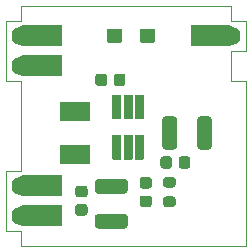
<source format=gbr>
%TF.GenerationSoftware,KiCad,Pcbnew,(5.1.9)-1*%
%TF.CreationDate,2021-05-28T15:44:06+02:00*%
%TF.ProjectId,16_STEP_DOWN,31365f53-5445-4505-9f44-4f574e2e6b69,rev?*%
%TF.SameCoordinates,Original*%
%TF.FileFunction,Soldermask,Top*%
%TF.FilePolarity,Negative*%
%FSLAX46Y46*%
G04 Gerber Fmt 4.6, Leading zero omitted, Abs format (unit mm)*
G04 Created by KiCad (PCBNEW (5.1.9)-1) date 2021-05-28 15:44:06*
%MOMM*%
%LPD*%
G01*
G04 APERTURE LIST*
%TA.AperFunction,Profile*%
%ADD10C,0.050000*%
%TD*%
%ADD11C,1.624000*%
%ADD12C,0.100000*%
G04 APERTURE END LIST*
D10*
X119380000Y-67310000D02*
X120650000Y-67310000D01*
X119380000Y-64770000D02*
X119380000Y-67310000D01*
X120650000Y-64770000D02*
X119380000Y-64770000D01*
X120650000Y-62230000D02*
X120650000Y-64770000D01*
X119380000Y-62230000D02*
X120650000Y-62230000D01*
X119380000Y-60960000D02*
X119380000Y-62230000D01*
X113665000Y-60960000D02*
X119380000Y-60960000D01*
X114935000Y-81280000D02*
X120650000Y-81280000D01*
X101600000Y-62230000D02*
X101600000Y-60960000D01*
X100330000Y-62230000D02*
X101600000Y-62230000D01*
X100330000Y-64770000D02*
X100330000Y-62230000D01*
X101600000Y-67310000D02*
X100330000Y-67310000D01*
X101600000Y-74930000D02*
X101600000Y-67310000D01*
X100330000Y-74930000D02*
X101600000Y-74930000D01*
X120650000Y-67310000D02*
X120650000Y-81280000D01*
X101600000Y-60960000D02*
X113665000Y-60960000D01*
X101600000Y-80010000D02*
X101600000Y-81280000D01*
X100330000Y-80010000D02*
X101600000Y-80010000D01*
X100330000Y-64770000D02*
X100330000Y-67310000D01*
X114935000Y-81280000D02*
X101600000Y-81280000D01*
X100330000Y-80010000D02*
X100330000Y-74930000D01*
D11*
%TO.C,J4*%
X101600000Y-78740000D03*
D12*
G36*
X101939650Y-79639999D02*
G01*
X101927782Y-79639916D01*
X101924993Y-79639818D01*
X101842112Y-79634604D01*
X101837256Y-79634060D01*
X101755280Y-79620782D01*
X101750503Y-79619766D01*
X101670214Y-79598553D01*
X101665558Y-79597076D01*
X101587721Y-79568129D01*
X101583231Y-79566205D01*
X101508591Y-79529801D01*
X101504309Y-79527447D01*
X101433578Y-79483932D01*
X101429548Y-79481173D01*
X101363401Y-79430965D01*
X101359659Y-79427825D01*
X101298726Y-79371401D01*
X101295308Y-79367910D01*
X101240173Y-79305809D01*
X101237112Y-79302003D01*
X101188299Y-79234819D01*
X101185624Y-79230731D01*
X101143601Y-79159104D01*
X101141338Y-79154774D01*
X101106505Y-79079388D01*
X101104675Y-79074859D01*
X101077364Y-78996433D01*
X101075985Y-78991747D01*
X101056458Y-78911031D01*
X101055543Y-78906233D01*
X101043985Y-78823997D01*
X101043542Y-78819131D01*
X101040065Y-78736159D01*
X101040099Y-78731275D01*
X101044734Y-78648360D01*
X101045245Y-78643501D01*
X101057950Y-78561434D01*
X101058932Y-78556650D01*
X101079584Y-78476214D01*
X101081028Y-78471547D01*
X101109431Y-78393511D01*
X101111324Y-78389008D01*
X101147207Y-78314115D01*
X101149531Y-78309818D01*
X101192550Y-78238785D01*
X101195282Y-78234735D01*
X101245028Y-78168239D01*
X101248141Y-78164475D01*
X101304138Y-78103150D01*
X101307604Y-78099708D01*
X101369318Y-78044140D01*
X101373104Y-78041052D01*
X101439946Y-77991772D01*
X101444015Y-77989069D01*
X101515347Y-77946547D01*
X101519660Y-77944254D01*
X101594801Y-77908895D01*
X101599317Y-77907033D01*
X101677550Y-77879175D01*
X101682227Y-77877763D01*
X101762805Y-77857673D01*
X101767597Y-77856724D01*
X101849751Y-77844593D01*
X101854612Y-77844117D01*
X101937557Y-77840060D01*
X101940000Y-77840000D01*
X104990000Y-77840000D01*
X104999755Y-77840961D01*
X105009134Y-77843806D01*
X105017779Y-77848427D01*
X105025355Y-77854645D01*
X105031573Y-77862221D01*
X105036194Y-77870866D01*
X105039039Y-77880245D01*
X105040000Y-77890000D01*
X105040000Y-79590000D01*
X105039039Y-79599755D01*
X105036194Y-79609134D01*
X105031573Y-79617779D01*
X105025355Y-79625355D01*
X105017779Y-79631573D01*
X105009134Y-79636194D01*
X104999755Y-79639039D01*
X104990000Y-79640000D01*
X101940000Y-79640000D01*
X101939650Y-79639999D01*
G37*
%TD*%
D11*
%TO.C,J1*%
X101600000Y-66040000D03*
D12*
G36*
X101939650Y-66939999D02*
G01*
X101927782Y-66939916D01*
X101924993Y-66939818D01*
X101842112Y-66934604D01*
X101837256Y-66934060D01*
X101755280Y-66920782D01*
X101750503Y-66919766D01*
X101670214Y-66898553D01*
X101665558Y-66897076D01*
X101587721Y-66868129D01*
X101583231Y-66866205D01*
X101508591Y-66829801D01*
X101504309Y-66827447D01*
X101433578Y-66783932D01*
X101429548Y-66781173D01*
X101363401Y-66730965D01*
X101359659Y-66727825D01*
X101298726Y-66671401D01*
X101295308Y-66667910D01*
X101240173Y-66605809D01*
X101237112Y-66602003D01*
X101188299Y-66534819D01*
X101185624Y-66530731D01*
X101143601Y-66459104D01*
X101141338Y-66454774D01*
X101106505Y-66379388D01*
X101104675Y-66374859D01*
X101077364Y-66296433D01*
X101075985Y-66291747D01*
X101056458Y-66211031D01*
X101055543Y-66206233D01*
X101043985Y-66123997D01*
X101043542Y-66119131D01*
X101040065Y-66036159D01*
X101040099Y-66031275D01*
X101044734Y-65948360D01*
X101045245Y-65943501D01*
X101057950Y-65861434D01*
X101058932Y-65856650D01*
X101079584Y-65776214D01*
X101081028Y-65771547D01*
X101109431Y-65693511D01*
X101111324Y-65689008D01*
X101147207Y-65614115D01*
X101149531Y-65609818D01*
X101192550Y-65538785D01*
X101195282Y-65534735D01*
X101245028Y-65468239D01*
X101248141Y-65464475D01*
X101304138Y-65403150D01*
X101307604Y-65399708D01*
X101369318Y-65344140D01*
X101373104Y-65341052D01*
X101439946Y-65291772D01*
X101444015Y-65289069D01*
X101515347Y-65246547D01*
X101519660Y-65244254D01*
X101594801Y-65208895D01*
X101599317Y-65207033D01*
X101677550Y-65179175D01*
X101682227Y-65177763D01*
X101762805Y-65157673D01*
X101767597Y-65156724D01*
X101849751Y-65144593D01*
X101854612Y-65144117D01*
X101937557Y-65140060D01*
X101940000Y-65140000D01*
X104990000Y-65140000D01*
X104999755Y-65140961D01*
X105009134Y-65143806D01*
X105017779Y-65148427D01*
X105025355Y-65154645D01*
X105031573Y-65162221D01*
X105036194Y-65170866D01*
X105039039Y-65180245D01*
X105040000Y-65190000D01*
X105040000Y-66890000D01*
X105039039Y-66899755D01*
X105036194Y-66909134D01*
X105031573Y-66917779D01*
X105025355Y-66925355D01*
X105017779Y-66931573D01*
X105009134Y-66936194D01*
X104999755Y-66939039D01*
X104990000Y-66940000D01*
X101940000Y-66940000D01*
X101939650Y-66939999D01*
G37*
%TD*%
D11*
%TO.C,J2*%
X101600000Y-63500000D03*
D12*
G36*
X101939650Y-64399999D02*
G01*
X101927782Y-64399916D01*
X101924993Y-64399818D01*
X101842112Y-64394604D01*
X101837256Y-64394060D01*
X101755280Y-64380782D01*
X101750503Y-64379766D01*
X101670214Y-64358553D01*
X101665558Y-64357076D01*
X101587721Y-64328129D01*
X101583231Y-64326205D01*
X101508591Y-64289801D01*
X101504309Y-64287447D01*
X101433578Y-64243932D01*
X101429548Y-64241173D01*
X101363401Y-64190965D01*
X101359659Y-64187825D01*
X101298726Y-64131401D01*
X101295308Y-64127910D01*
X101240173Y-64065809D01*
X101237112Y-64062003D01*
X101188299Y-63994819D01*
X101185624Y-63990731D01*
X101143601Y-63919104D01*
X101141338Y-63914774D01*
X101106505Y-63839388D01*
X101104675Y-63834859D01*
X101077364Y-63756433D01*
X101075985Y-63751747D01*
X101056458Y-63671031D01*
X101055543Y-63666233D01*
X101043985Y-63583997D01*
X101043542Y-63579131D01*
X101040065Y-63496159D01*
X101040099Y-63491275D01*
X101044734Y-63408360D01*
X101045245Y-63403501D01*
X101057950Y-63321434D01*
X101058932Y-63316650D01*
X101079584Y-63236214D01*
X101081028Y-63231547D01*
X101109431Y-63153511D01*
X101111324Y-63149008D01*
X101147207Y-63074115D01*
X101149531Y-63069818D01*
X101192550Y-62998785D01*
X101195282Y-62994735D01*
X101245028Y-62928239D01*
X101248141Y-62924475D01*
X101304138Y-62863150D01*
X101307604Y-62859708D01*
X101369318Y-62804140D01*
X101373104Y-62801052D01*
X101439946Y-62751772D01*
X101444015Y-62749069D01*
X101515347Y-62706547D01*
X101519660Y-62704254D01*
X101594801Y-62668895D01*
X101599317Y-62667033D01*
X101677550Y-62639175D01*
X101682227Y-62637763D01*
X101762805Y-62617673D01*
X101767597Y-62616724D01*
X101849751Y-62604593D01*
X101854612Y-62604117D01*
X101937557Y-62600060D01*
X101940000Y-62600000D01*
X104990000Y-62600000D01*
X104999755Y-62600961D01*
X105009134Y-62603806D01*
X105017779Y-62608427D01*
X105025355Y-62614645D01*
X105031573Y-62622221D01*
X105036194Y-62630866D01*
X105039039Y-62640245D01*
X105040000Y-62650000D01*
X105040000Y-64350000D01*
X105039039Y-64359755D01*
X105036194Y-64369134D01*
X105031573Y-64377779D01*
X105025355Y-64385355D01*
X105017779Y-64391573D01*
X105009134Y-64396194D01*
X104999755Y-64399039D01*
X104990000Y-64400000D01*
X101940000Y-64400000D01*
X101939650Y-64399999D01*
G37*
%TD*%
D11*
%TO.C,J3*%
X101600000Y-76200000D03*
D12*
G36*
X101939650Y-77099999D02*
G01*
X101927782Y-77099916D01*
X101924993Y-77099818D01*
X101842112Y-77094604D01*
X101837256Y-77094060D01*
X101755280Y-77080782D01*
X101750503Y-77079766D01*
X101670214Y-77058553D01*
X101665558Y-77057076D01*
X101587721Y-77028129D01*
X101583231Y-77026205D01*
X101508591Y-76989801D01*
X101504309Y-76987447D01*
X101433578Y-76943932D01*
X101429548Y-76941173D01*
X101363401Y-76890965D01*
X101359659Y-76887825D01*
X101298726Y-76831401D01*
X101295308Y-76827910D01*
X101240173Y-76765809D01*
X101237112Y-76762003D01*
X101188299Y-76694819D01*
X101185624Y-76690731D01*
X101143601Y-76619104D01*
X101141338Y-76614774D01*
X101106505Y-76539388D01*
X101104675Y-76534859D01*
X101077364Y-76456433D01*
X101075985Y-76451747D01*
X101056458Y-76371031D01*
X101055543Y-76366233D01*
X101043985Y-76283997D01*
X101043542Y-76279131D01*
X101040065Y-76196159D01*
X101040099Y-76191275D01*
X101044734Y-76108360D01*
X101045245Y-76103501D01*
X101057950Y-76021434D01*
X101058932Y-76016650D01*
X101079584Y-75936214D01*
X101081028Y-75931547D01*
X101109431Y-75853511D01*
X101111324Y-75849008D01*
X101147207Y-75774115D01*
X101149531Y-75769818D01*
X101192550Y-75698785D01*
X101195282Y-75694735D01*
X101245028Y-75628239D01*
X101248141Y-75624475D01*
X101304138Y-75563150D01*
X101307604Y-75559708D01*
X101369318Y-75504140D01*
X101373104Y-75501052D01*
X101439946Y-75451772D01*
X101444015Y-75449069D01*
X101515347Y-75406547D01*
X101519660Y-75404254D01*
X101594801Y-75368895D01*
X101599317Y-75367033D01*
X101677550Y-75339175D01*
X101682227Y-75337763D01*
X101762805Y-75317673D01*
X101767597Y-75316724D01*
X101849751Y-75304593D01*
X101854612Y-75304117D01*
X101937557Y-75300060D01*
X101940000Y-75300000D01*
X104990000Y-75300000D01*
X104999755Y-75300961D01*
X105009134Y-75303806D01*
X105017779Y-75308427D01*
X105025355Y-75314645D01*
X105031573Y-75322221D01*
X105036194Y-75330866D01*
X105039039Y-75340245D01*
X105040000Y-75350000D01*
X105040000Y-77050000D01*
X105039039Y-77059755D01*
X105036194Y-77069134D01*
X105031573Y-77077779D01*
X105025355Y-77085355D01*
X105017779Y-77091573D01*
X105009134Y-77096194D01*
X104999755Y-77099039D01*
X104990000Y-77100000D01*
X101940000Y-77100000D01*
X101939650Y-77099999D01*
G37*
%TD*%
D11*
%TO.C,J5*%
X119380000Y-63500000D03*
D12*
G36*
X119040350Y-62600001D02*
G01*
X119052218Y-62600084D01*
X119055007Y-62600182D01*
X119137888Y-62605396D01*
X119142744Y-62605940D01*
X119224720Y-62619218D01*
X119229497Y-62620234D01*
X119309786Y-62641447D01*
X119314442Y-62642924D01*
X119392279Y-62671871D01*
X119396769Y-62673795D01*
X119471409Y-62710199D01*
X119475691Y-62712553D01*
X119546422Y-62756068D01*
X119550452Y-62758827D01*
X119616599Y-62809035D01*
X119620341Y-62812175D01*
X119681274Y-62868599D01*
X119684692Y-62872090D01*
X119739827Y-62934191D01*
X119742888Y-62937997D01*
X119791701Y-63005181D01*
X119794376Y-63009269D01*
X119836399Y-63080896D01*
X119838662Y-63085226D01*
X119873495Y-63160612D01*
X119875325Y-63165141D01*
X119902636Y-63243567D01*
X119904015Y-63248253D01*
X119923542Y-63328969D01*
X119924457Y-63333767D01*
X119936015Y-63416003D01*
X119936458Y-63420869D01*
X119939935Y-63503841D01*
X119939901Y-63508725D01*
X119935266Y-63591640D01*
X119934755Y-63596499D01*
X119922050Y-63678566D01*
X119921068Y-63683350D01*
X119900416Y-63763786D01*
X119898972Y-63768453D01*
X119870569Y-63846489D01*
X119868676Y-63850992D01*
X119832793Y-63925885D01*
X119830469Y-63930182D01*
X119787450Y-64001215D01*
X119784718Y-64005265D01*
X119734972Y-64071761D01*
X119731859Y-64075525D01*
X119675862Y-64136850D01*
X119672396Y-64140292D01*
X119610682Y-64195860D01*
X119606896Y-64198948D01*
X119540054Y-64248228D01*
X119535985Y-64250931D01*
X119464653Y-64293453D01*
X119460340Y-64295746D01*
X119385199Y-64331105D01*
X119380683Y-64332967D01*
X119302450Y-64360825D01*
X119297773Y-64362237D01*
X119217195Y-64382327D01*
X119212403Y-64383276D01*
X119130249Y-64395407D01*
X119125388Y-64395883D01*
X119042443Y-64399940D01*
X119040000Y-64400000D01*
X115990000Y-64400000D01*
X115980245Y-64399039D01*
X115970866Y-64396194D01*
X115962221Y-64391573D01*
X115954645Y-64385355D01*
X115948427Y-64377779D01*
X115943806Y-64369134D01*
X115940961Y-64359755D01*
X115940000Y-64350000D01*
X115940000Y-62650000D01*
X115940961Y-62640245D01*
X115943806Y-62630866D01*
X115948427Y-62622221D01*
X115954645Y-62614645D01*
X115962221Y-62608427D01*
X115970866Y-62603806D01*
X115980245Y-62600961D01*
X115990000Y-62600000D01*
X119040000Y-62600000D01*
X119040350Y-62600001D01*
G37*
%TD*%
%TO.C,C4*%
G36*
G01*
X106405000Y-77745000D02*
X106955000Y-77745000D01*
G75*
G02*
X107205000Y-77995000I0J-250000D01*
G01*
X107205000Y-78495000D01*
G75*
G02*
X106955000Y-78745000I-250000J0D01*
G01*
X106405000Y-78745000D01*
G75*
G02*
X106155000Y-78495000I0J250000D01*
G01*
X106155000Y-77995000D01*
G75*
G02*
X106405000Y-77745000I250000J0D01*
G01*
G37*
G36*
G01*
X106405000Y-76195000D02*
X106955000Y-76195000D01*
G75*
G02*
X107205000Y-76445000I0J-250000D01*
G01*
X107205000Y-76945000D01*
G75*
G02*
X106955000Y-77195000I-250000J0D01*
G01*
X106405000Y-77195000D01*
G75*
G02*
X106155000Y-76945000I0J250000D01*
G01*
X106155000Y-76445000D01*
G75*
G02*
X106405000Y-76195000I250000J0D01*
G01*
G37*
%TD*%
%TO.C,C1*%
G36*
G01*
X113365000Y-74515000D02*
X113365000Y-73965000D01*
G75*
G02*
X113615000Y-73715000I250000J0D01*
G01*
X114115000Y-73715000D01*
G75*
G02*
X114365000Y-73965000I0J-250000D01*
G01*
X114365000Y-74515000D01*
G75*
G02*
X114115000Y-74765000I-250000J0D01*
G01*
X113615000Y-74765000D01*
G75*
G02*
X113365000Y-74515000I0J250000D01*
G01*
G37*
G36*
G01*
X114915000Y-74515000D02*
X114915000Y-73965000D01*
G75*
G02*
X115165000Y-73715000I250000J0D01*
G01*
X115665000Y-73715000D01*
G75*
G02*
X115915000Y-73965000I0J-250000D01*
G01*
X115915000Y-74515000D01*
G75*
G02*
X115665000Y-74765000I-250000J0D01*
G01*
X115165000Y-74765000D01*
G75*
G02*
X114915000Y-74515000I0J250000D01*
G01*
G37*
%TD*%
%TO.C,C2*%
G36*
G01*
X116490000Y-72868262D02*
X116490000Y-70611738D01*
G75*
G02*
X116761738Y-70340000I271738J0D01*
G01*
X117468262Y-70340000D01*
G75*
G02*
X117740000Y-70611738I0J-271738D01*
G01*
X117740000Y-72868262D01*
G75*
G02*
X117468262Y-73140000I-271738J0D01*
G01*
X116761738Y-73140000D01*
G75*
G02*
X116490000Y-72868262I0J271738D01*
G01*
G37*
G36*
G01*
X113540000Y-72868262D02*
X113540000Y-70611738D01*
G75*
G02*
X113811738Y-70340000I271738J0D01*
G01*
X114518262Y-70340000D01*
G75*
G02*
X114790000Y-70611738I0J-271738D01*
G01*
X114790000Y-72868262D01*
G75*
G02*
X114518262Y-73140000I-271738J0D01*
G01*
X113811738Y-73140000D01*
G75*
G02*
X113540000Y-72868262I0J271738D01*
G01*
G37*
%TD*%
%TO.C,C3*%
G36*
G01*
X109415000Y-67515000D02*
X109415000Y-66965000D01*
G75*
G02*
X109665000Y-66715000I250000J0D01*
G01*
X110165000Y-66715000D01*
G75*
G02*
X110415000Y-66965000I0J-250000D01*
G01*
X110415000Y-67515000D01*
G75*
G02*
X110165000Y-67765000I-250000J0D01*
G01*
X109665000Y-67765000D01*
G75*
G02*
X109415000Y-67515000I0J250000D01*
G01*
G37*
G36*
G01*
X107865000Y-67515000D02*
X107865000Y-66965000D01*
G75*
G02*
X108115000Y-66715000I250000J0D01*
G01*
X108615000Y-66715000D01*
G75*
G02*
X108865000Y-66965000I0J-250000D01*
G01*
X108865000Y-67515000D01*
G75*
G02*
X108615000Y-67765000I-250000J0D01*
G01*
X108115000Y-67765000D01*
G75*
G02*
X107865000Y-67515000I0J250000D01*
G01*
G37*
%TD*%
%TO.C,C5*%
G36*
G01*
X108091738Y-75640000D02*
X110348262Y-75640000D01*
G75*
G02*
X110620000Y-75911738I0J-271738D01*
G01*
X110620000Y-76618262D01*
G75*
G02*
X110348262Y-76890000I-271738J0D01*
G01*
X108091738Y-76890000D01*
G75*
G02*
X107820000Y-76618262I0J271738D01*
G01*
X107820000Y-75911738D01*
G75*
G02*
X108091738Y-75640000I271738J0D01*
G01*
G37*
G36*
G01*
X108091738Y-78590000D02*
X110348262Y-78590000D01*
G75*
G02*
X110620000Y-78861738I0J-271738D01*
G01*
X110620000Y-79568262D01*
G75*
G02*
X110348262Y-79840000I-271738J0D01*
G01*
X108091738Y-79840000D01*
G75*
G02*
X107820000Y-79568262I0J271738D01*
G01*
X107820000Y-78861738D01*
G75*
G02*
X108091738Y-78590000I271738J0D01*
G01*
G37*
%TD*%
%TO.C,D1*%
G36*
G01*
X112890000Y-62950000D02*
X112890000Y-64050000D01*
G75*
G02*
X112840000Y-64100000I-50000J0D01*
G01*
X111740000Y-64100000D01*
G75*
G02*
X111690000Y-64050000I0J50000D01*
G01*
X111690000Y-62950000D01*
G75*
G02*
X111740000Y-62900000I50000J0D01*
G01*
X112840000Y-62900000D01*
G75*
G02*
X112890000Y-62950000I0J-50000D01*
G01*
G37*
G36*
G01*
X110090000Y-62950000D02*
X110090000Y-64050000D01*
G75*
G02*
X110040000Y-64100000I-50000J0D01*
G01*
X108940000Y-64100000D01*
G75*
G02*
X108890000Y-64050000I0J50000D01*
G01*
X108890000Y-62950000D01*
G75*
G02*
X108940000Y-62900000I50000J0D01*
G01*
X110040000Y-62900000D01*
G75*
G02*
X110090000Y-62950000I0J-50000D01*
G01*
G37*
%TD*%
%TO.C,D2*%
G36*
G01*
X112421250Y-78015000D02*
X111858750Y-78015000D01*
G75*
G02*
X111615000Y-77771250I0J243750D01*
G01*
X111615000Y-77283750D01*
G75*
G02*
X111858750Y-77040000I243750J0D01*
G01*
X112421250Y-77040000D01*
G75*
G02*
X112665000Y-77283750I0J-243750D01*
G01*
X112665000Y-77771250D01*
G75*
G02*
X112421250Y-78015000I-243750J0D01*
G01*
G37*
G36*
G01*
X112421250Y-76440000D02*
X111858750Y-76440000D01*
G75*
G02*
X111615000Y-76196250I0J243750D01*
G01*
X111615000Y-75708750D01*
G75*
G02*
X111858750Y-75465000I243750J0D01*
G01*
X112421250Y-75465000D01*
G75*
G02*
X112665000Y-75708750I0J-243750D01*
G01*
X112665000Y-76196250D01*
G75*
G02*
X112421250Y-76440000I-243750J0D01*
G01*
G37*
%TD*%
%TO.C,L1*%
G36*
G01*
X107390000Y-74390000D02*
X104890000Y-74390000D01*
G75*
G02*
X104840000Y-74340000I0J50000D01*
G01*
X104840000Y-72840000D01*
G75*
G02*
X104890000Y-72790000I50000J0D01*
G01*
X107390000Y-72790000D01*
G75*
G02*
X107440000Y-72840000I0J-50000D01*
G01*
X107440000Y-74340000D01*
G75*
G02*
X107390000Y-74390000I-50000J0D01*
G01*
G37*
G36*
G01*
X107390000Y-70690000D02*
X104890000Y-70690000D01*
G75*
G02*
X104840000Y-70640000I0J50000D01*
G01*
X104840000Y-69140000D01*
G75*
G02*
X104890000Y-69090000I50000J0D01*
G01*
X107390000Y-69090000D01*
G75*
G02*
X107440000Y-69140000I0J-50000D01*
G01*
X107440000Y-70640000D01*
G75*
G02*
X107390000Y-70690000I-50000J0D01*
G01*
G37*
%TD*%
%TO.C,R1*%
G36*
G01*
X114440000Y-78015000D02*
X113840000Y-78015000D01*
G75*
G02*
X113615000Y-77790000I0J225000D01*
G01*
X113615000Y-77340000D01*
G75*
G02*
X113840000Y-77115000I225000J0D01*
G01*
X114440000Y-77115000D01*
G75*
G02*
X114665000Y-77340000I0J-225000D01*
G01*
X114665000Y-77790000D01*
G75*
G02*
X114440000Y-78015000I-225000J0D01*
G01*
G37*
G36*
G01*
X114440000Y-76365000D02*
X113840000Y-76365000D01*
G75*
G02*
X113615000Y-76140000I0J225000D01*
G01*
X113615000Y-75690000D01*
G75*
G02*
X113840000Y-75465000I225000J0D01*
G01*
X114440000Y-75465000D01*
G75*
G02*
X114665000Y-75690000I0J-225000D01*
G01*
X114665000Y-76140000D01*
G75*
G02*
X114440000Y-76365000I-225000J0D01*
G01*
G37*
%TD*%
%TO.C,U1*%
G36*
G01*
X110015000Y-74000000D02*
X109365000Y-74000000D01*
G75*
G02*
X109315000Y-73950000I0J50000D01*
G01*
X109315000Y-71950000D01*
G75*
G02*
X109365000Y-71900000I50000J0D01*
G01*
X110015000Y-71900000D01*
G75*
G02*
X110065000Y-71950000I0J-50000D01*
G01*
X110065000Y-73950000D01*
G75*
G02*
X110015000Y-74000000I-50000J0D01*
G01*
G37*
G36*
G01*
X110965000Y-74000000D02*
X110315000Y-74000000D01*
G75*
G02*
X110265000Y-73950000I0J50000D01*
G01*
X110265000Y-71950000D01*
G75*
G02*
X110315000Y-71900000I50000J0D01*
G01*
X110965000Y-71900000D01*
G75*
G02*
X111015000Y-71950000I0J-50000D01*
G01*
X111015000Y-73950000D01*
G75*
G02*
X110965000Y-74000000I-50000J0D01*
G01*
G37*
G36*
G01*
X111915000Y-74000000D02*
X111265000Y-74000000D01*
G75*
G02*
X111215000Y-73950000I0J50000D01*
G01*
X111215000Y-71950000D01*
G75*
G02*
X111265000Y-71900000I50000J0D01*
G01*
X111915000Y-71900000D01*
G75*
G02*
X111965000Y-71950000I0J-50000D01*
G01*
X111965000Y-73950000D01*
G75*
G02*
X111915000Y-74000000I-50000J0D01*
G01*
G37*
G36*
G01*
X111915000Y-70580000D02*
X111265000Y-70580000D01*
G75*
G02*
X111215000Y-70530000I0J50000D01*
G01*
X111215000Y-68530000D01*
G75*
G02*
X111265000Y-68480000I50000J0D01*
G01*
X111915000Y-68480000D01*
G75*
G02*
X111965000Y-68530000I0J-50000D01*
G01*
X111965000Y-70530000D01*
G75*
G02*
X111915000Y-70580000I-50000J0D01*
G01*
G37*
G36*
G01*
X110965000Y-70580000D02*
X110315000Y-70580000D01*
G75*
G02*
X110265000Y-70530000I0J50000D01*
G01*
X110265000Y-68530000D01*
G75*
G02*
X110315000Y-68480000I50000J0D01*
G01*
X110965000Y-68480000D01*
G75*
G02*
X111015000Y-68530000I0J-50000D01*
G01*
X111015000Y-70530000D01*
G75*
G02*
X110965000Y-70580000I-50000J0D01*
G01*
G37*
G36*
G01*
X110015000Y-70580000D02*
X109365000Y-70580000D01*
G75*
G02*
X109315000Y-70530000I0J50000D01*
G01*
X109315000Y-68530000D01*
G75*
G02*
X109365000Y-68480000I50000J0D01*
G01*
X110015000Y-68480000D01*
G75*
G02*
X110065000Y-68530000I0J-50000D01*
G01*
X110065000Y-70530000D01*
G75*
G02*
X110015000Y-70580000I-50000J0D01*
G01*
G37*
%TD*%
M02*

</source>
